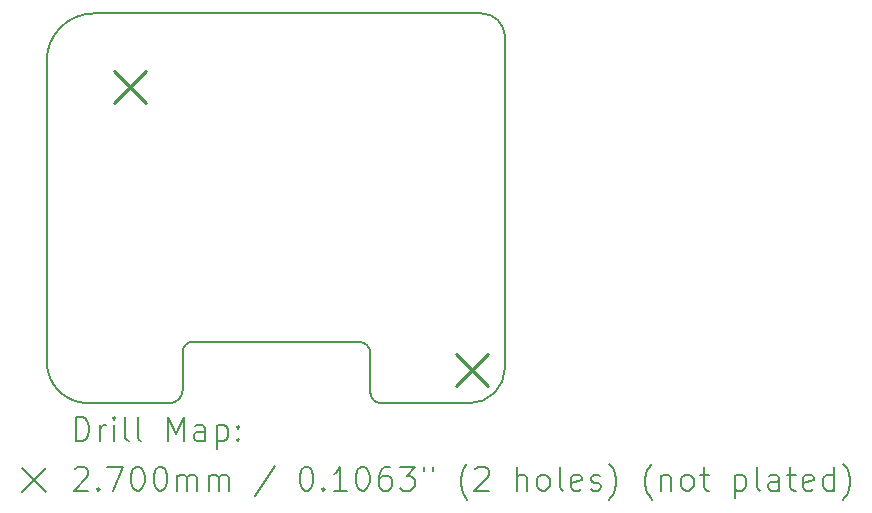
<source format=gbr>
%FSLAX45Y45*%
G04 Gerber Fmt 4.5, Leading zero omitted, Abs format (unit mm)*
G04 Created by KiCad (PCBNEW (6.0.4)) date 2023-01-21 10:49:59*
%MOMM*%
%LPD*%
G01*
G04 APERTURE LIST*
%TA.AperFunction,Profile*%
%ADD10C,0.200000*%
%TD*%
%ADD11C,0.200000*%
%ADD12C,0.270000*%
G04 APERTURE END LIST*
D10*
X14290000Y-12500000D02*
X14290000Y-12830000D01*
X15430000Y-12620000D02*
X15430047Y-9969887D01*
X14380000Y-12920000D02*
X15130000Y-12920000D01*
X15430000Y-9820000D02*
X15430047Y-9969887D01*
X14290000Y-12500000D02*
G75*
G03*
X14190000Y-12400000I-100000J0D01*
G01*
X11550000Y-10020000D02*
X11550000Y-12570000D01*
X11550000Y-12570000D02*
G75*
G03*
X11900000Y-12920000I350000J0D01*
G01*
X14290000Y-12830000D02*
G75*
G03*
X14380000Y-12920000I90000J0D01*
G01*
X11900000Y-12920000D02*
X12590000Y-12920000D01*
X15230000Y-9620000D02*
X15030000Y-9620000D01*
X12590000Y-12920000D02*
G75*
G03*
X12700000Y-12810000I0J110000D01*
G01*
X11950000Y-9620000D02*
G75*
G03*
X11550000Y-10020000I0J-400000D01*
G01*
X15130000Y-12920000D02*
G75*
G03*
X15430000Y-12620000I0J300000D01*
G01*
X12790000Y-12400000D02*
G75*
G03*
X12700000Y-12490000I0J-90000D01*
G01*
X12700000Y-12810000D02*
X12700000Y-12490000D01*
X15430000Y-9820000D02*
G75*
G03*
X15230000Y-9620000I-200000J0D01*
G01*
X12790000Y-12400000D02*
X14190000Y-12400000D01*
X15030000Y-9620000D02*
X11950000Y-9620000D01*
D11*
D12*
X12123500Y-10108000D02*
X12393500Y-10378000D01*
X12393500Y-10108000D02*
X12123500Y-10378000D01*
X15016000Y-12508000D02*
X15286000Y-12778000D01*
X15286000Y-12508000D02*
X15016000Y-12778000D01*
D11*
X11797619Y-13240476D02*
X11797619Y-13040476D01*
X11845238Y-13040476D01*
X11873809Y-13050000D01*
X11892857Y-13069048D01*
X11902381Y-13088095D01*
X11911905Y-13126190D01*
X11911905Y-13154762D01*
X11902381Y-13192857D01*
X11892857Y-13211905D01*
X11873809Y-13230952D01*
X11845238Y-13240476D01*
X11797619Y-13240476D01*
X11997619Y-13240476D02*
X11997619Y-13107143D01*
X11997619Y-13145238D02*
X12007143Y-13126190D01*
X12016667Y-13116667D01*
X12035714Y-13107143D01*
X12054762Y-13107143D01*
X12121428Y-13240476D02*
X12121428Y-13107143D01*
X12121428Y-13040476D02*
X12111905Y-13050000D01*
X12121428Y-13059524D01*
X12130952Y-13050000D01*
X12121428Y-13040476D01*
X12121428Y-13059524D01*
X12245238Y-13240476D02*
X12226190Y-13230952D01*
X12216667Y-13211905D01*
X12216667Y-13040476D01*
X12350000Y-13240476D02*
X12330952Y-13230952D01*
X12321428Y-13211905D01*
X12321428Y-13040476D01*
X12578571Y-13240476D02*
X12578571Y-13040476D01*
X12645238Y-13183333D01*
X12711905Y-13040476D01*
X12711905Y-13240476D01*
X12892857Y-13240476D02*
X12892857Y-13135714D01*
X12883333Y-13116667D01*
X12864286Y-13107143D01*
X12826190Y-13107143D01*
X12807143Y-13116667D01*
X12892857Y-13230952D02*
X12873809Y-13240476D01*
X12826190Y-13240476D01*
X12807143Y-13230952D01*
X12797619Y-13211905D01*
X12797619Y-13192857D01*
X12807143Y-13173809D01*
X12826190Y-13164286D01*
X12873809Y-13164286D01*
X12892857Y-13154762D01*
X12988095Y-13107143D02*
X12988095Y-13307143D01*
X12988095Y-13116667D02*
X13007143Y-13107143D01*
X13045238Y-13107143D01*
X13064286Y-13116667D01*
X13073809Y-13126190D01*
X13083333Y-13145238D01*
X13083333Y-13202381D01*
X13073809Y-13221428D01*
X13064286Y-13230952D01*
X13045238Y-13240476D01*
X13007143Y-13240476D01*
X12988095Y-13230952D01*
X13169048Y-13221428D02*
X13178571Y-13230952D01*
X13169048Y-13240476D01*
X13159524Y-13230952D01*
X13169048Y-13221428D01*
X13169048Y-13240476D01*
X13169048Y-13116667D02*
X13178571Y-13126190D01*
X13169048Y-13135714D01*
X13159524Y-13126190D01*
X13169048Y-13116667D01*
X13169048Y-13135714D01*
X11340000Y-13470000D02*
X11540000Y-13670000D01*
X11540000Y-13470000D02*
X11340000Y-13670000D01*
X11788095Y-13479524D02*
X11797619Y-13470000D01*
X11816667Y-13460476D01*
X11864286Y-13460476D01*
X11883333Y-13470000D01*
X11892857Y-13479524D01*
X11902381Y-13498571D01*
X11902381Y-13517619D01*
X11892857Y-13546190D01*
X11778571Y-13660476D01*
X11902381Y-13660476D01*
X11988095Y-13641428D02*
X11997619Y-13650952D01*
X11988095Y-13660476D01*
X11978571Y-13650952D01*
X11988095Y-13641428D01*
X11988095Y-13660476D01*
X12064286Y-13460476D02*
X12197619Y-13460476D01*
X12111905Y-13660476D01*
X12311905Y-13460476D02*
X12330952Y-13460476D01*
X12350000Y-13470000D01*
X12359524Y-13479524D01*
X12369048Y-13498571D01*
X12378571Y-13536667D01*
X12378571Y-13584286D01*
X12369048Y-13622381D01*
X12359524Y-13641428D01*
X12350000Y-13650952D01*
X12330952Y-13660476D01*
X12311905Y-13660476D01*
X12292857Y-13650952D01*
X12283333Y-13641428D01*
X12273809Y-13622381D01*
X12264286Y-13584286D01*
X12264286Y-13536667D01*
X12273809Y-13498571D01*
X12283333Y-13479524D01*
X12292857Y-13470000D01*
X12311905Y-13460476D01*
X12502381Y-13460476D02*
X12521428Y-13460476D01*
X12540476Y-13470000D01*
X12550000Y-13479524D01*
X12559524Y-13498571D01*
X12569048Y-13536667D01*
X12569048Y-13584286D01*
X12559524Y-13622381D01*
X12550000Y-13641428D01*
X12540476Y-13650952D01*
X12521428Y-13660476D01*
X12502381Y-13660476D01*
X12483333Y-13650952D01*
X12473809Y-13641428D01*
X12464286Y-13622381D01*
X12454762Y-13584286D01*
X12454762Y-13536667D01*
X12464286Y-13498571D01*
X12473809Y-13479524D01*
X12483333Y-13470000D01*
X12502381Y-13460476D01*
X12654762Y-13660476D02*
X12654762Y-13527143D01*
X12654762Y-13546190D02*
X12664286Y-13536667D01*
X12683333Y-13527143D01*
X12711905Y-13527143D01*
X12730952Y-13536667D01*
X12740476Y-13555714D01*
X12740476Y-13660476D01*
X12740476Y-13555714D02*
X12750000Y-13536667D01*
X12769048Y-13527143D01*
X12797619Y-13527143D01*
X12816667Y-13536667D01*
X12826190Y-13555714D01*
X12826190Y-13660476D01*
X12921428Y-13660476D02*
X12921428Y-13527143D01*
X12921428Y-13546190D02*
X12930952Y-13536667D01*
X12950000Y-13527143D01*
X12978571Y-13527143D01*
X12997619Y-13536667D01*
X13007143Y-13555714D01*
X13007143Y-13660476D01*
X13007143Y-13555714D02*
X13016667Y-13536667D01*
X13035714Y-13527143D01*
X13064286Y-13527143D01*
X13083333Y-13536667D01*
X13092857Y-13555714D01*
X13092857Y-13660476D01*
X13483333Y-13450952D02*
X13311905Y-13708095D01*
X13740476Y-13460476D02*
X13759524Y-13460476D01*
X13778571Y-13470000D01*
X13788095Y-13479524D01*
X13797619Y-13498571D01*
X13807143Y-13536667D01*
X13807143Y-13584286D01*
X13797619Y-13622381D01*
X13788095Y-13641428D01*
X13778571Y-13650952D01*
X13759524Y-13660476D01*
X13740476Y-13660476D01*
X13721428Y-13650952D01*
X13711905Y-13641428D01*
X13702381Y-13622381D01*
X13692857Y-13584286D01*
X13692857Y-13536667D01*
X13702381Y-13498571D01*
X13711905Y-13479524D01*
X13721428Y-13470000D01*
X13740476Y-13460476D01*
X13892857Y-13641428D02*
X13902381Y-13650952D01*
X13892857Y-13660476D01*
X13883333Y-13650952D01*
X13892857Y-13641428D01*
X13892857Y-13660476D01*
X14092857Y-13660476D02*
X13978571Y-13660476D01*
X14035714Y-13660476D02*
X14035714Y-13460476D01*
X14016667Y-13489048D01*
X13997619Y-13508095D01*
X13978571Y-13517619D01*
X14216667Y-13460476D02*
X14235714Y-13460476D01*
X14254762Y-13470000D01*
X14264286Y-13479524D01*
X14273809Y-13498571D01*
X14283333Y-13536667D01*
X14283333Y-13584286D01*
X14273809Y-13622381D01*
X14264286Y-13641428D01*
X14254762Y-13650952D01*
X14235714Y-13660476D01*
X14216667Y-13660476D01*
X14197619Y-13650952D01*
X14188095Y-13641428D01*
X14178571Y-13622381D01*
X14169048Y-13584286D01*
X14169048Y-13536667D01*
X14178571Y-13498571D01*
X14188095Y-13479524D01*
X14197619Y-13470000D01*
X14216667Y-13460476D01*
X14454762Y-13460476D02*
X14416667Y-13460476D01*
X14397619Y-13470000D01*
X14388095Y-13479524D01*
X14369048Y-13508095D01*
X14359524Y-13546190D01*
X14359524Y-13622381D01*
X14369048Y-13641428D01*
X14378571Y-13650952D01*
X14397619Y-13660476D01*
X14435714Y-13660476D01*
X14454762Y-13650952D01*
X14464286Y-13641428D01*
X14473809Y-13622381D01*
X14473809Y-13574762D01*
X14464286Y-13555714D01*
X14454762Y-13546190D01*
X14435714Y-13536667D01*
X14397619Y-13536667D01*
X14378571Y-13546190D01*
X14369048Y-13555714D01*
X14359524Y-13574762D01*
X14540476Y-13460476D02*
X14664286Y-13460476D01*
X14597619Y-13536667D01*
X14626190Y-13536667D01*
X14645238Y-13546190D01*
X14654762Y-13555714D01*
X14664286Y-13574762D01*
X14664286Y-13622381D01*
X14654762Y-13641428D01*
X14645238Y-13650952D01*
X14626190Y-13660476D01*
X14569048Y-13660476D01*
X14550000Y-13650952D01*
X14540476Y-13641428D01*
X14740476Y-13460476D02*
X14740476Y-13498571D01*
X14816667Y-13460476D02*
X14816667Y-13498571D01*
X15111905Y-13736667D02*
X15102381Y-13727143D01*
X15083333Y-13698571D01*
X15073809Y-13679524D01*
X15064286Y-13650952D01*
X15054762Y-13603333D01*
X15054762Y-13565238D01*
X15064286Y-13517619D01*
X15073809Y-13489048D01*
X15083333Y-13470000D01*
X15102381Y-13441428D01*
X15111905Y-13431905D01*
X15178571Y-13479524D02*
X15188095Y-13470000D01*
X15207143Y-13460476D01*
X15254762Y-13460476D01*
X15273809Y-13470000D01*
X15283333Y-13479524D01*
X15292857Y-13498571D01*
X15292857Y-13517619D01*
X15283333Y-13546190D01*
X15169048Y-13660476D01*
X15292857Y-13660476D01*
X15530952Y-13660476D02*
X15530952Y-13460476D01*
X15616667Y-13660476D02*
X15616667Y-13555714D01*
X15607143Y-13536667D01*
X15588095Y-13527143D01*
X15559524Y-13527143D01*
X15540476Y-13536667D01*
X15530952Y-13546190D01*
X15740476Y-13660476D02*
X15721428Y-13650952D01*
X15711905Y-13641428D01*
X15702381Y-13622381D01*
X15702381Y-13565238D01*
X15711905Y-13546190D01*
X15721428Y-13536667D01*
X15740476Y-13527143D01*
X15769048Y-13527143D01*
X15788095Y-13536667D01*
X15797619Y-13546190D01*
X15807143Y-13565238D01*
X15807143Y-13622381D01*
X15797619Y-13641428D01*
X15788095Y-13650952D01*
X15769048Y-13660476D01*
X15740476Y-13660476D01*
X15921428Y-13660476D02*
X15902381Y-13650952D01*
X15892857Y-13631905D01*
X15892857Y-13460476D01*
X16073809Y-13650952D02*
X16054762Y-13660476D01*
X16016667Y-13660476D01*
X15997619Y-13650952D01*
X15988095Y-13631905D01*
X15988095Y-13555714D01*
X15997619Y-13536667D01*
X16016667Y-13527143D01*
X16054762Y-13527143D01*
X16073809Y-13536667D01*
X16083333Y-13555714D01*
X16083333Y-13574762D01*
X15988095Y-13593809D01*
X16159524Y-13650952D02*
X16178571Y-13660476D01*
X16216667Y-13660476D01*
X16235714Y-13650952D01*
X16245238Y-13631905D01*
X16245238Y-13622381D01*
X16235714Y-13603333D01*
X16216667Y-13593809D01*
X16188095Y-13593809D01*
X16169048Y-13584286D01*
X16159524Y-13565238D01*
X16159524Y-13555714D01*
X16169048Y-13536667D01*
X16188095Y-13527143D01*
X16216667Y-13527143D01*
X16235714Y-13536667D01*
X16311905Y-13736667D02*
X16321428Y-13727143D01*
X16340476Y-13698571D01*
X16350000Y-13679524D01*
X16359524Y-13650952D01*
X16369048Y-13603333D01*
X16369048Y-13565238D01*
X16359524Y-13517619D01*
X16350000Y-13489048D01*
X16340476Y-13470000D01*
X16321428Y-13441428D01*
X16311905Y-13431905D01*
X16673809Y-13736667D02*
X16664286Y-13727143D01*
X16645238Y-13698571D01*
X16635714Y-13679524D01*
X16626190Y-13650952D01*
X16616667Y-13603333D01*
X16616667Y-13565238D01*
X16626190Y-13517619D01*
X16635714Y-13489048D01*
X16645238Y-13470000D01*
X16664286Y-13441428D01*
X16673809Y-13431905D01*
X16750000Y-13527143D02*
X16750000Y-13660476D01*
X16750000Y-13546190D02*
X16759524Y-13536667D01*
X16778571Y-13527143D01*
X16807143Y-13527143D01*
X16826190Y-13536667D01*
X16835714Y-13555714D01*
X16835714Y-13660476D01*
X16959524Y-13660476D02*
X16940476Y-13650952D01*
X16930952Y-13641428D01*
X16921429Y-13622381D01*
X16921429Y-13565238D01*
X16930952Y-13546190D01*
X16940476Y-13536667D01*
X16959524Y-13527143D01*
X16988095Y-13527143D01*
X17007143Y-13536667D01*
X17016667Y-13546190D01*
X17026190Y-13565238D01*
X17026190Y-13622381D01*
X17016667Y-13641428D01*
X17007143Y-13650952D01*
X16988095Y-13660476D01*
X16959524Y-13660476D01*
X17083333Y-13527143D02*
X17159524Y-13527143D01*
X17111905Y-13460476D02*
X17111905Y-13631905D01*
X17121429Y-13650952D01*
X17140476Y-13660476D01*
X17159524Y-13660476D01*
X17378571Y-13527143D02*
X17378571Y-13727143D01*
X17378571Y-13536667D02*
X17397619Y-13527143D01*
X17435714Y-13527143D01*
X17454762Y-13536667D01*
X17464286Y-13546190D01*
X17473810Y-13565238D01*
X17473810Y-13622381D01*
X17464286Y-13641428D01*
X17454762Y-13650952D01*
X17435714Y-13660476D01*
X17397619Y-13660476D01*
X17378571Y-13650952D01*
X17588095Y-13660476D02*
X17569048Y-13650952D01*
X17559524Y-13631905D01*
X17559524Y-13460476D01*
X17750000Y-13660476D02*
X17750000Y-13555714D01*
X17740476Y-13536667D01*
X17721429Y-13527143D01*
X17683333Y-13527143D01*
X17664286Y-13536667D01*
X17750000Y-13650952D02*
X17730952Y-13660476D01*
X17683333Y-13660476D01*
X17664286Y-13650952D01*
X17654762Y-13631905D01*
X17654762Y-13612857D01*
X17664286Y-13593809D01*
X17683333Y-13584286D01*
X17730952Y-13584286D01*
X17750000Y-13574762D01*
X17816667Y-13527143D02*
X17892857Y-13527143D01*
X17845238Y-13460476D02*
X17845238Y-13631905D01*
X17854762Y-13650952D01*
X17873810Y-13660476D01*
X17892857Y-13660476D01*
X18035714Y-13650952D02*
X18016667Y-13660476D01*
X17978571Y-13660476D01*
X17959524Y-13650952D01*
X17950000Y-13631905D01*
X17950000Y-13555714D01*
X17959524Y-13536667D01*
X17978571Y-13527143D01*
X18016667Y-13527143D01*
X18035714Y-13536667D01*
X18045238Y-13555714D01*
X18045238Y-13574762D01*
X17950000Y-13593809D01*
X18216667Y-13660476D02*
X18216667Y-13460476D01*
X18216667Y-13650952D02*
X18197619Y-13660476D01*
X18159524Y-13660476D01*
X18140476Y-13650952D01*
X18130952Y-13641428D01*
X18121429Y-13622381D01*
X18121429Y-13565238D01*
X18130952Y-13546190D01*
X18140476Y-13536667D01*
X18159524Y-13527143D01*
X18197619Y-13527143D01*
X18216667Y-13536667D01*
X18292857Y-13736667D02*
X18302381Y-13727143D01*
X18321429Y-13698571D01*
X18330952Y-13679524D01*
X18340476Y-13650952D01*
X18350000Y-13603333D01*
X18350000Y-13565238D01*
X18340476Y-13517619D01*
X18330952Y-13489048D01*
X18321429Y-13470000D01*
X18302381Y-13441428D01*
X18292857Y-13431905D01*
M02*

</source>
